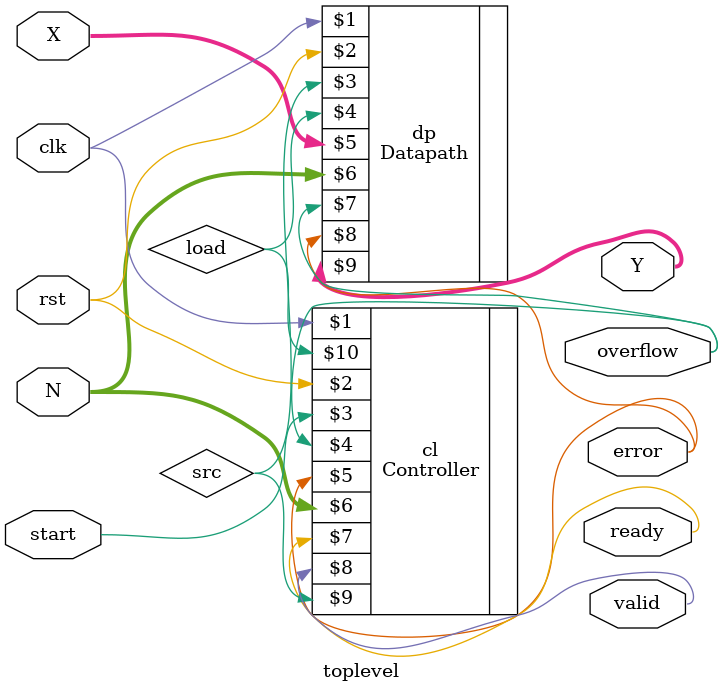
<source format=v>
module toplevel (input clk, rst, start, input[2:0] N, input[7:0] X, output ready, valid, overflow, error, output[31:0] Y);

    wire src, load;

    Datapath dp(clk, rst, src, load, X, N, overflow, error, Y);

    Controller cl(clk, rst, start, overflow, error, N, ready, valid, src, load);

endmodule
</source>
